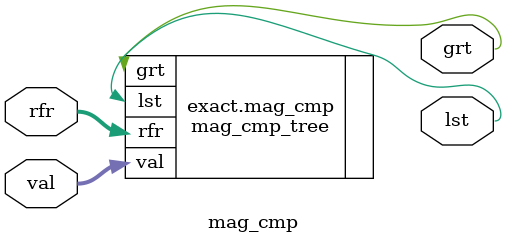
<source format=sv>

module mag_cmp #(
    // size parameters
    parameter  int unsigned WIDTH = 32,
    parameter  int unsigned SPLIT = 2,
    // size local parameters
    localparam int unsigned WIDTH_LOG = $clog2(WIDTH),
    localparam int unsigned SPLIT_LOG = $clog2(SPLIT),
    // implementation (see `mag_cmp_base` for details)
    parameter  int unsigned IMPLEMENTATION = 0
)(
    input  logic [WIDTH-1:0] val,  // value
    input  logic [WIDTH-1:0] rfr,  // reference
    output logic             grt,  // greater than
    output logic             lst   // less    than
);

    // SPLIT to the power of logarithm of WIDTH base SPLIT
    localparam int unsigned POWER = SPLIT**(WIDTH_LOG/SPLIT_LOG);

    generate
    // if WIDTH is not a power of SPLIT
    if (WIDTH != POWER) begin: extend

        logic [POWER-1:0] grt_tmp;
        logic [POWER-1:0] lst_tmp;
        
        // zero extend the input vector
        assign grt_tmp = POWER'(val);
        assign lst_tmp = POWER'(rfr);

        // the synthesis tool is expected to optimize out the logic for constant inputs
        mag_cmp_tree #(
            .WIDTH (POWER),
            .SPLIT (SPLIT),
            .IMPLEMENTATION (IMPLEMENTATION)
        ) mag_cmp (
            .val (grt_tmp),
            .rfr (lst_tmp),
            .grt (grt),
            .lst (lst)
        );

    end: extend
    else begin: exact

        // the synthesis tool is expected to optimize out the logic for constant inputs
        mag_cmp_tree #(
            .WIDTH (POWER),
            .SPLIT (SPLIT),
            .IMPLEMENTATION (IMPLEMENTATION)
        ) mag_cmp (
            .val (val),
            .rfr (rfr),
            .grt (grt),
            .lst (lst)
        );

    end: exact
    endgenerate

endmodule: mag_cmp

</source>
